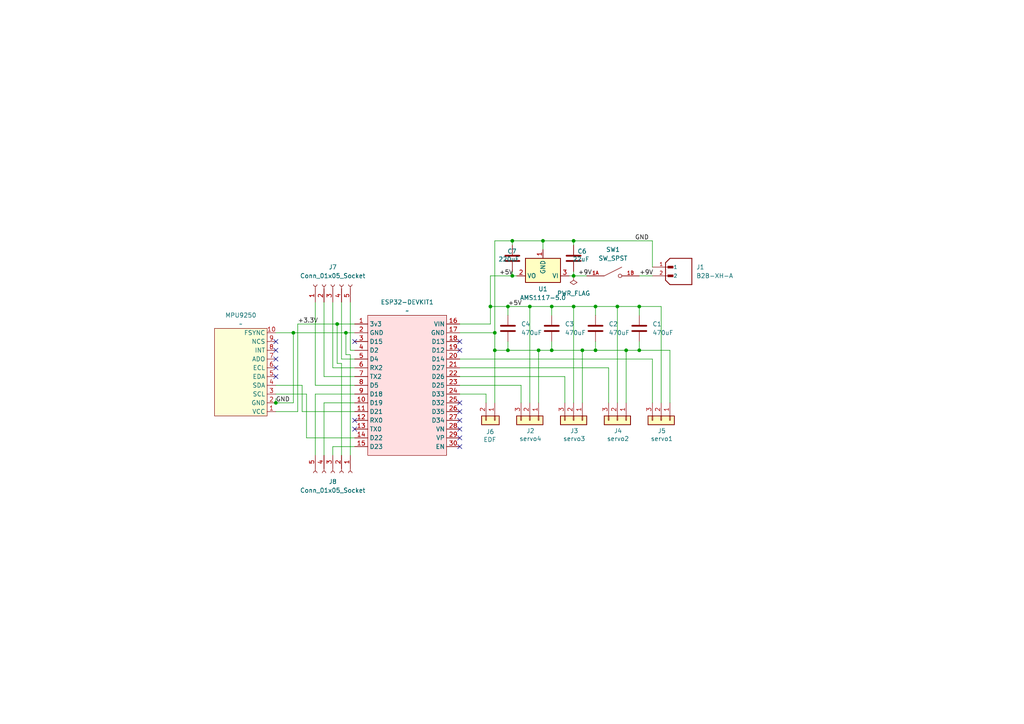
<source format=kicad_sch>
(kicad_sch (version 20250114) (generator "eeschema") (generator_version "9.0")
  (paper "A4")
  (lib_symbols
    (symbol "B2B-XH-A:B2B-XH-A" (pin_names (offset 1.016))
      (property "Reference" "J" (at -2.54 6.35 0))
      (property "Value" "B2B-XH-A" (at -2.54 -5.08 0))
      (symbol "B2B-XH-A_0_0"
        (polyline (pts (xy -3.81 3.81) (xy -3.81 -1.27)) (stroke (width 0.254)))
        (polyline (pts (xy -3.81 3.81) (xy -2.54 5.08)) (stroke (width 0.254)))
        (polyline (pts (xy -3.81 -1.27) (xy -2.54 -2.54)) (stroke (width 0.254)))
        (rectangle (start -3.175 2.2225) (end -1.5875 2.8575) (stroke (width 0.1)) (fill (type outline)))
        (rectangle (start -3.175 -0.3175) (end -1.5875 0.3175) (stroke (width 0.1)) (fill (type outline)))
        (polyline (pts (xy -2.54 -2.54) (xy 3.81 -2.54)) (stroke (width 0.254)))
        (polyline (pts (xy 3.81 5.08) (xy -2.54 5.08)) (stroke (width 0.254)))
        (polyline (pts (xy 3.81 -2.54) (xy 3.81 5.08)) (stroke (width 0.254)))
        (pin passive line (at -7.62 2.54 0) (length 5.08) (name "1") (number "1"))
        (pin passive line (at -7.62 0 0) (length 5.08) (name "2") (number "2"))
      )
    )
    (symbol "Connector:Conn_01x05_Socket" (pin_names (offset 1.016) (hide yes))
      (property "Reference" "J" (at 0 7.62 0))
      (property "Value" "Conn_01x05_Socket" (at 0 -7.62 0))
      (symbol "Conn_01x05_Socket_1_1"
        (polyline (pts (xy -1.27 5.08) (xy -0.508 5.08)) (stroke (width 0.1524)))
        (polyline (pts (xy -1.27 2.54) (xy -0.508 2.54)) (stroke (width 0.1524)))
        (polyline (pts (xy -1.27 0) (xy -0.508 0)) (stroke (width 0.1524)))
        (polyline (pts (xy -1.27 -2.54) (xy -0.508 -2.54)) (stroke (width 0.1524)))
        (polyline (pts (xy -1.27 -5.08) (xy -0.508 -5.08)) (stroke (width 0.1524)))
        (arc (start 0 4.572) (mid -0.5058 5.08) (end 0 5.588) (stroke (width 0.1524)))
        (arc (start 0 2.032) (mid -0.5058 2.54) (end 0 3.048) (stroke (width 0.1524)))
        (arc (start 0 -0.508) (mid -0.5058 0) (end 0 0.508) (stroke (width 0.1524)))
        (arc (start 0 -3.048) (mid -0.5058 -2.54) (end 0 -2.032) (stroke (width 0.1524)))
        (arc (start 0 -5.588) (mid -0.5058 -5.08) (end 0 -4.572) (stroke (width 0.1524)))
        (pin passive line (at -5.08 5.08 0) (length 3.81) (name "Pin_1") (number "1"))
        (pin passive line (at -5.08 2.54 0) (length 3.81) (name "Pin_2") (number "2"))
        (pin passive line (at -5.08 0 0) (length 3.81) (name "Pin_3") (number "3"))
        (pin passive line (at -5.08 -2.54 0) (length 3.81) (name "Pin_4") (number "4"))
        (pin passive line (at -5.08 -5.08 0) (length 3.81) (name "Pin_5") (number "5"))
      )
    )
    (symbol "Connector_Generic:Conn_01x02" (pin_names (offset 1.016) (hide yes))
      (property "Reference" "J" (at 0 2.54 0))
      (property "Value" "Conn_01x02" (at 0 -5.08 0))
      (symbol "Conn_01x02_1_1"
        (rectangle (start -1.27 1.27) (end 1.27 -3.81) (stroke (width 0.254)) (fill (type background)))
        (rectangle (start -1.27 0.127) (end 0 -0.127) (stroke (width 0.1524)))
        (rectangle (start -1.27 -2.413) (end 0 -2.667) (stroke (width 0.1524)))
        (pin passive line (at -5.08 0 0) (length 3.81) (name "Pin_1") (number "1"))
        (pin passive line (at -5.08 -2.54 0) (length 3.81) (name "Pin_2") (number "2"))
      )
    )
    (symbol "Connector_Generic:Conn_01x03" (pin_names (offset 1.016) (hide yes))
      (property "Reference" "J" (at 0 5.08 0))
      (property "Value" "Conn_01x03" (at 0 -5.08 0))
      (symbol "Conn_01x03_1_1"
        (rectangle (start -1.27 3.81) (end 1.27 -3.81) (stroke (width 0.254)) (fill (type background)))
        (rectangle (start -1.27 2.667) (end 0 2.413) (stroke (width 0.1524)))
        (rectangle (start -1.27 0.127) (end 0 -0.127) (stroke (width 0.1524)))
        (rectangle (start -1.27 -2.413) (end 0 -2.667) (stroke (width 0.1524)))
        (pin passive line (at -5.08 2.54 0) (length 3.81) (name "Pin_1") (number "1"))
        (pin passive line (at -5.08 0 0) (length 3.81) (name "Pin_2") (number "2"))
        (pin passive line (at -5.08 -2.54 0) (length 3.81) (name "Pin_3") (number "3"))
      )
    )
    (symbol "Device:C" (pin_numbers (hide yes)) (pin_names (offset 0.254))
      (property "Reference" "C" (at 0.635 2.54 0))
      (property "Value" "C" (at 0.635 -2.54 0))
      (symbol "C_0_1"
        (polyline (pts (xy -2.032 0.762) (xy 2.032 0.762)) (stroke (width 0.508)))
        (polyline (pts (xy -2.032 -0.762) (xy 2.032 -0.762)) (stroke (width 0.508)))
      )
      (symbol "C_1_1"
        (pin passive line (at 0 3.81 270) (length 2.794) (name "~") (number "1"))
        (pin passive line (at 0 -3.81 90) (length 2.794) (name "~") (number "2"))
      )
    )
    (symbol "ERA:DS01-254-L-01BE" (pin_names (offset 1.016))
      (property "Reference" "S" (at -5.08 5.08 0))
      (property "Value" "DS01-254-L-01BE" (at -5.08 -5.08 0))
      (symbol "DS01-254-L-01BE_0_0"
        (polyline (pts (xy -2.54 0) (xy 2.54 2.54)) (stroke (width 0.1524)))
        (circle (center 2.032 0) (radius 0.508) (stroke (width 0.1524)))
        (pin passive line (at -7.62 0 0) (length 5.08) (name "~") (number "1A"))
        (pin passive line (at 7.62 0 180) (length 5.08) (name "~") (number "1B"))
      )
    )
    (symbol "ERA:ESP32_DEVKIT"
      (property "Reference" "ESP32-DEVKIT" (at 0.508 22.098 0))
      (symbol "ESP32_DEVKIT_0_1"
        (rectangle (start -11.43 20.32) (end 11.43 -20.32) (fill (type color) (color 255 223 225 1)))
      )
      (symbol "ESP32_DEVKIT_1_1"
        (pin passive line (at -15.24 17.78 0) (length 3.81) (name "3v3") (number "1"))
        (pin passive line (at -15.24 15.24 0) (length 3.81) (name "GND") (number "2"))
        (pin passive line (at -15.24 12.7 0) (length 3.81) (name "D15") (number "3"))
        (pin passive line (at -15.24 10.16 0) (length 3.81) (name "D2") (number "4"))
        (pin passive line (at -15.24 7.62 0) (length 3.81) (name "D4") (number "5"))
        (pin passive line (at -15.24 5.08 0) (length 3.81) (name "RX2") (number "6"))
        (pin passive line (at -15.24 2.54 0) (length 3.81) (name "TX2") (number "7"))
        (pin passive line (at -15.24 0 0) (length 3.81) (name "D5") (number "8"))
        (pin passive line (at -15.24 -2.54 0) (length 3.81) (name "D18") (number "9"))
        (pin passive line (at -15.24 -5.08 0) (length 3.81) (name "D19") (number "10"))
        (pin passive line (at -15.24 -7.62 0) (length 3.81) (name "D21") (number "11"))
        (pin passive line (at -15.24 -10.16 0) (length 3.81) (name "RX0") (number "12"))
        (pin passive line (at -15.24 -12.7 0) (length 3.81) (name "TX0") (number "13"))
        (pin passive line (at -15.24 -15.24 0) (length 3.81) (name "D22") (number "14"))
        (pin passive line (at -15.24 -17.78 0) (length 3.81) (name "D23") (number "15"))
        (pin passive line (at 15.24 17.78 180) (length 3.81) (name "VIN") (number "16"))
        (pin passive line (at 15.24 15.24 180) (length 3.81) (name "GND") (number "17"))
        (pin passive line (at 15.24 12.7 180) (length 3.81) (name "D13") (number "18"))
        (pin passive line (at 15.24 10.16 180) (length 3.81) (name "D12") (number "19"))
        (pin passive line (at 15.24 7.62 180) (length 3.81) (name "D14") (number "20"))
        (pin passive line (at 15.24 5.08 180) (length 3.81) (name "D27") (number "21"))
        (pin passive line (at 15.24 2.54 180) (length 3.81) (name "D26") (number "22"))
        (pin passive line (at 15.24 0 180) (length 3.81) (name "D25") (number "23"))
        (pin passive line (at 15.24 -2.54 180) (length 3.81) (name "D33") (number "24"))
        (pin passive line (at 15.24 -5.08 180) (length 3.81) (name "D32") (number "25"))
        (pin passive line (at 15.24 -7.62 180) (length 3.81) (name "D35") (number "26"))
        (pin passive line (at 15.24 -10.16 180) (length 3.81) (name "D34") (number "27"))
        (pin passive line (at 15.24 -12.7 180) (length 3.81) (name "VN") (number "28"))
        (pin passive line (at 15.24 -15.24 180) (length 3.81) (name "VP") (number "29"))
        (pin passive line (at 15.24 -17.78 180) (length 3.81) (name "EN") (number "30"))
      )
    )
    (symbol "ERA:MPU9250"
      (property "Reference" "MPU9250" (at -0.254 5.334 0))
      (symbol "MPU9250_0_1"
        (rectangle (start -12.7 7.62) (end 12.7 -7.62) (fill (type color) (color 253 255 215 1)))
      )
      (symbol "MPU9250_1_1"
        (pin passive line (at -11.43 -10.16 90) (length 2.54) (name "VCC") (number "1"))
        (pin passive line (at -8.89 -10.16 90) (length 2.54) (name "GND") (number "2"))
        (pin passive line (at -6.35 -10.16 90) (length 2.54) (name "SCL") (number "3"))
        (pin passive line (at -3.81 -10.16 90) (length 2.54) (name "SDA") (number "4"))
        (pin passive line (at -1.27 -10.16 90) (length 2.54) (name "EDA") (number "5"))
        (pin passive line (at 1.27 -10.16 90) (length 2.54) (name "ECL") (number "6"))
        (pin passive line (at 3.81 -10.16 90) (length 2.54) (name "ADO") (number "7"))
        (pin passive line (at 6.35 -10.16 90) (length 2.54) (name "INT") (number "8"))
        (pin passive line (at 8.89 -10.16 90) (length 2.54) (name "NCS") (number "9"))
        (pin passive line (at 11.43 -10.16 90) (length 2.54) (name "FSYNC") (number "10"))
      )
    )
    (symbol "Regulator_Linear:AMS1117-5.0"
      (property "Reference" "U" (at -3.81 3.175 0))
      (property "Value" "AMS1117-5.0" (at 0 3.175 0))
      (symbol "AMS1117-5.0_0_1"
        (rectangle (start -5.08 -5.08) (end 5.08 1.905) (stroke (width 0.254)) (fill (type background)))
      )
      (symbol "AMS1117-5.0_1_1"
        (pin power_in line (at -7.62 0 0) (length 2.54) (name "VI") (number "3"))
        (pin power_in line (at 0 -7.62 90) (length 2.54) (name "GND") (number "1"))
        (pin power_out line (at 7.62 0 180) (length 2.54) (name "VO") (number "2"))
      )
    )
    (symbol "power:PWR_FLAG" (power) (pin_numbers (hide yes)) (pin_names (offset 0) (hide yes))
      (property "Value" "PWR_FLAG" (at 0 3.81 0))
      (symbol "PWR_FLAG_0_0"
        (pin power_out line (at 0 0 90) (length 0) (name "~") (number "1"))
      )
      (symbol "PWR_FLAG_0_1"
        (polyline (pts (xy 0 0) (xy 0 1.27) (xy -1.016 1.905) (xy 0 2.54) (xy 1.016 1.905) (xy 0 1.27)))
      )
    )
  )
  (junction (at 157.48 69.85))
  (junction (at 143.51 101.6))
  (junction (at 185.42 101.6))
  (junction (at 166.37 80.01))
  (junction (at 143.51 96.52))
  (junction (at 179.07 88.9))
  (junction (at 172.72 101.6))
  (junction (at 153.67 88.9))
  (junction (at 160.02 101.6))
  (junction (at 185.42 88.9))
  (junction (at 147.32 101.6))
  (junction (at 85.09 96.52))
  (junction (at 148.59 80.01))
  (junction (at 172.72 88.9))
  (junction (at 166.37 88.9))
  (junction (at 147.32 88.9))
  (junction (at 80.01 116.84))
  (junction (at 166.37 69.85))
  (junction (at 148.59 69.85))
  (junction (at 156.21 101.6))
  (junction (at 160.02 88.9))
  (junction (at 100.33 96.52))
  (junction (at 168.91 101.6))
  (junction (at 142.24 88.9))
  (junction (at 97.79 93.98))
  (junction (at 181.61 101.6))
  (no_connect (at 102.87 124.46))
  (no_connect (at 102.87 99.06))
  (no_connect (at 133.35 101.6))
  (no_connect (at 80.01 104.14))
  (no_connect (at 80.01 99.06))
  (no_connect (at 133.35 119.38))
  (no_connect (at 80.01 106.68))
  (no_connect (at 80.01 101.6))
  (no_connect (at 133.35 129.54))
  (no_connect (at 133.35 99.06))
  (no_connect (at 133.35 127))
  (no_connect (at 102.87 121.92))
  (no_connect (at 133.35 116.84))
  (no_connect (at 133.35 124.46))
  (no_connect (at 133.35 121.92))
  (no_connect (at 80.01 109.22))
  (wire (pts (xy 99.06 132.08) (xy 99.06 105.41)))
  (wire (pts (xy 87.63 119.38) (xy 87.63 111.76)))
  (wire (pts (xy 101.6 87.63) (xy 101.6 101.6)))
  (wire (pts (xy 142.24 88.9) (xy 142.24 80.01)))
  (wire (pts (xy 160.02 101.6) (xy 168.91 101.6)))
  (wire (pts (xy 166.37 78.74) (xy 166.37 80.01)))
  (wire (pts (xy 151.13 116.84) (xy 151.13 111.76)))
  (wire (pts (xy 156.21 101.6) (xy 156.21 116.84)))
  (wire (pts (xy 99.06 104.14) (xy 99.06 87.63)))
  (wire (pts (xy 80.01 96.52) (xy 85.09 96.52)))
  (wire (pts (xy 133.35 111.76) (xy 151.13 111.76)))
  (wire (pts (xy 172.72 91.44) (xy 172.72 88.9)))
  (wire (pts (xy 100.33 102.87) (xy 100.33 96.52)))
  (wire (pts (xy 163.83 116.84) (xy 163.83 109.22)))
  (wire (pts (xy 185.42 101.6) (xy 194.31 101.6)))
  (wire (pts (xy 133.35 104.14) (xy 189.23 104.14)))
  (wire (pts (xy 133.35 96.52) (xy 143.51 96.52)))
  (wire (pts (xy 86.36 119.38) (xy 86.36 93.98)))
  (wire (pts (xy 160.02 101.6) (xy 160.02 99.06)))
  (wire (pts (xy 96.52 129.54) (xy 96.52 132.08)))
  (wire (pts (xy 176.53 106.68) (xy 176.53 116.84)))
  (wire (pts (xy 148.59 80.01) (xy 149.86 80.01)))
  (wire (pts (xy 85.09 96.52) (xy 100.33 96.52)))
  (wire (pts (xy 168.91 101.6) (xy 172.72 101.6)))
  (wire (pts (xy 88.9 127) (xy 88.9 114.3)))
  (wire (pts (xy 80.01 114.3) (xy 88.9 114.3)))
  (wire (pts (xy 143.51 69.85) (xy 143.51 96.52)))
  (wire (pts (xy 102.87 119.38) (xy 87.63 119.38)))
  (wire (pts (xy 143.51 101.6) (xy 143.51 116.84)))
  (wire (pts (xy 93.98 116.84) (xy 93.98 132.08)))
  (wire (pts (xy 88.9 127) (xy 102.87 127)))
  (wire (pts (xy 102.87 116.84) (xy 93.98 116.84)))
  (wire (pts (xy 153.67 88.9) (xy 153.67 116.84)))
  (wire (pts (xy 80.01 119.38) (xy 86.36 119.38)))
  (wire (pts (xy 101.6 132.08) (xy 101.6 102.87)))
  (wire (pts (xy 80.01 111.76) (xy 87.63 111.76)))
  (wire (pts (xy 142.24 80.01) (xy 148.59 80.01)))
  (wire (pts (xy 179.07 88.9) (xy 179.07 116.84)))
  (wire (pts (xy 189.23 104.14) (xy 189.23 116.84)))
  (wire (pts (xy 147.32 88.9) (xy 153.67 88.9)))
  (wire (pts (xy 148.59 78.74) (xy 148.59 80.01)))
  (wire (pts (xy 91.44 111.76) (xy 91.44 87.63)))
  (wire (pts (xy 85.09 96.52) (xy 85.09 116.84)))
  (wire (pts (xy 142.24 93.98) (xy 142.24 88.9)))
  (wire (pts (xy 91.44 114.3) (xy 91.44 132.08)))
  (wire (pts (xy 80.01 116.84) (xy 80.01 115.57)))
  (wire (pts (xy 181.61 101.6) (xy 185.42 101.6)))
  (wire (pts (xy 140.97 114.3) (xy 133.35 114.3)))
  (wire (pts (xy 185.42 88.9) (xy 191.77 88.9)))
  (wire (pts (xy 166.37 88.9) (xy 172.72 88.9)))
  (wire (pts (xy 185.42 80.01) (xy 189.23 80.01)))
  (wire (pts (xy 143.51 101.6) (xy 147.32 101.6)))
  (wire (pts (xy 147.32 101.6) (xy 156.21 101.6)))
  (wire (pts (xy 194.31 101.6) (xy 194.31 116.84)))
  (wire (pts (xy 97.79 93.98) (xy 102.87 93.98)))
  (wire (pts (xy 143.51 96.52) (xy 143.51 101.6)))
  (wire (pts (xy 181.61 101.6) (xy 181.61 116.84)))
  (wire (pts (xy 166.37 80.01) (xy 170.18 80.01)))
  (wire (pts (xy 185.42 101.6) (xy 185.42 99.06)))
  (wire (pts (xy 80.01 116.84) (xy 85.09 116.84)))
  (wire (pts (xy 189.23 69.85) (xy 189.23 77.47)))
  (wire (pts (xy 157.48 69.85) (xy 157.48 72.39)))
  (wire (pts (xy 156.21 101.6) (xy 160.02 101.6)))
  (wire (pts (xy 172.72 88.9) (xy 179.07 88.9)))
  (wire (pts (xy 133.35 109.22) (xy 163.83 109.22)))
  (wire (pts (xy 102.87 104.14) (xy 99.06 104.14)))
  (wire (pts (xy 191.77 88.9) (xy 191.77 116.84)))
  (wire (pts (xy 153.67 88.9) (xy 160.02 88.9)))
  (wire (pts (xy 160.02 88.9) (xy 166.37 88.9)))
  (wire (pts (xy 166.37 69.85) (xy 166.37 71.12)))
  (wire (pts (xy 101.6 102.87) (xy 100.33 102.87)))
  (wire (pts (xy 102.87 106.68) (xy 96.52 106.68)))
  (wire (pts (xy 102.87 101.6) (xy 101.6 101.6)))
  (wire (pts (xy 166.37 69.85) (xy 189.23 69.85)))
  (wire (pts (xy 97.79 105.41) (xy 97.79 93.98)))
  (wire (pts (xy 172.72 101.6) (xy 181.61 101.6)))
  (wire (pts (xy 172.72 101.6) (xy 172.72 99.06)))
  (wire (pts (xy 140.97 116.84) (xy 140.97 114.3)))
  (wire (pts (xy 93.98 109.22) (xy 93.98 87.63)))
  (wire (pts (xy 102.87 129.54) (xy 96.52 129.54)))
  (wire (pts (xy 168.91 101.6) (xy 168.91 116.84)))
  (wire (pts (xy 179.07 88.9) (xy 185.42 88.9)))
  (wire (pts (xy 86.36 93.98) (xy 97.79 93.98)))
  (wire (pts (xy 185.42 91.44) (xy 185.42 88.9)))
  (wire (pts (xy 102.87 114.3) (xy 91.44 114.3)))
  (wire (pts (xy 142.24 88.9) (xy 147.32 88.9)))
  (wire (pts (xy 165.1 80.01) (xy 166.37 80.01)))
  (wire (pts (xy 99.06 105.41) (xy 97.79 105.41)))
  (wire (pts (xy 148.59 69.85) (xy 157.48 69.85)))
  (wire (pts (xy 102.87 109.22) (xy 93.98 109.22)))
  (wire (pts (xy 96.52 106.68) (xy 96.52 87.63)))
  (wire (pts (xy 147.32 101.6) (xy 147.32 99.06)))
  (wire (pts (xy 143.51 69.85) (xy 148.59 69.85)))
  (wire (pts (xy 133.35 106.68) (xy 176.53 106.68)))
  (wire (pts (xy 133.35 93.98) (xy 142.24 93.98)))
  (wire (pts (xy 160.02 91.44) (xy 160.02 88.9)))
  (wire (pts (xy 166.37 88.9) (xy 166.37 116.84)))
  (wire (pts (xy 100.33 96.52) (xy 102.87 96.52)))
  (wire (pts (xy 147.32 91.44) (xy 147.32 88.9)))
  (wire (pts (xy 102.87 111.76) (xy 91.44 111.76)))
  (wire (pts (xy 157.48 69.85) (xy 166.37 69.85)))
  (wire (pts (xy 148.59 69.85) (xy 148.59 71.12)))
  (label "+5V" (at 144.78 80.01 0))
  (label "+9V" (at 167.64 80.01 0))
  (label "+3.3V" (at 86.36 93.98 0))
  (label "+5V" (at 147.32 88.9 0))
  (label "+9V" (at 185.42 80.01 0))
  (label "GND" (at 80.01 116.84 0))
  (label "GND" (at 184.15 69.85 0))
  (symbol (lib_id "Device:C") (at 160.02 95.25 0) (unit 1)
    (property "Reference" "C3" (at 163.83 93.9799 0) (effects (justify left)))
    (property "Value" "470uF" (at 163.83 96.5199 0) (effects (justify left)))
    (property "Footprint" "ERA:CAP_YX_8X11P5_RUB" (effects (hide yes)))
    (property "Description" "Unpolarized capacitor" (effects (hide yes)))
  )
  (symbol (lib_id "Device:C") (at 166.37 74.93 180) (unit 1)
    (property "Reference" "C6" (at 170.18 72.898 0) (effects (justify left)))
    (property "Value" "22uF" (at 170.942 75.184 0) (effects (justify left)))
    (property "Footprint" "ERA:CAP_PAN_5X11_PAN" (effects (hide yes)))
    (property "Description" "Unpolarized capacitor" (effects (hide yes)))
  )
  (symbol (lib_id "Device:C") (at 185.42 95.25 0) (unit 1)
    (property "Reference" "C1" (at 189.23 93.9799 0) (effects (justify left)))
    (property "Value" "470uF" (at 189.23 96.5199 0) (effects (justify left)))
    (property "Footprint" "ERA:CAP_YX_8X11P5_RUB" (effects (hide yes)))
    (property "Description" "Unpolarized capacitor" (effects (hide yes)))
  )
  (symbol (lib_id "Device:C") (at 148.59 74.93 180) (unit 1)
    (property "Reference" "C7" (at 149.86 72.898 0) (effects (justify left)))
    (property "Value" "220uF" (at 150.622 75.184 0) (effects (justify left)))
    (property "Footprint" "ERA:CAP_PAN_6.3X11.2_PAN" (effects (hide yes)))
    (property "Description" "Unpolarized capacitor" (effects (hide yes)))
  )
  (symbol (lib_id "ERA:DS01-254-L-01BE") (at 177.8 80.01 0) (unit 1)
    (property "Reference" "SW1" (at 177.8 72.39 0))
    (property "Value" "SW_SPST" (at 177.8 74.93 0))
    (property "Footprint" "ERA:SW_DS01-254-L-01BE" (effects (hide yes)))
    (property "Description" "Single Pole Single Throw (SPST) switch" (effects (hide yes)))
    (property "PARTREV" "1.0" (effects (hide yes)))
    (property "MANUFACTURER" "CUI" (effects (hide yes)))
    (property "MAXIMUM_PACKAGE_HEIGHT" "7.0mm" (effects (hide yes)))
    (property "STANDARD" "Manufacturer recommendations" (effects (hide yes)))
  )
  (symbol (lib_id "Connector_Generic:Conn_01x03") (at 179.07 121.92 270) (unit 1)
    (property "Reference" "J4" (at 178.054 124.968 90) (effects (justify left)))
    (property "Value" "servo2" (at 176.022 127.254 90) (effects (justify left)))
    (property "Footprint" "Connector_PinHeader_2.54mm:PinHeader_1x03_P2.54mm_Vertical" (effects (hide yes)))
    (property "Description" "Generic connector, single row, 01x03, script generated (kicad-library-utils/schlib/autogen/connector/)" (effects (hide yes)))
  )
  (symbol (lib_id "ERA:MPU9250") (at 69.85 107.95 90) (unit 1)
    (property "Reference" "MPU9250" (at 69.85 91.44 90))
    (property "Value" "~" (at 69.85 93.98 90))
    (property "Footprint" "ERA:MPU9250" (effects (hide yes)))
  )
  (symbol (lib_id "ERA:ESP32_DEVKIT") (at 118.11 111.76 0) (unit 1)
    (property "Reference" "ESP32-DEVKIT1" (at 118.11 87.63 0))
    (property "Value" "~" (at 118.11 90.17 0))
    (property "Footprint" "ERA:ESP32 DEVKIT V1" (effects (hide yes)))
  )
  (symbol (lib_id "Device:C") (at 172.72 95.25 0) (unit 1)
    (property "Reference" "C2" (at 176.53 93.9799 0) (effects (justify left)))
    (property "Value" "470uF" (at 176.53 96.5199 0) (effects (justify left)))
    (property "Footprint" "ERA:CAP_YX_8X11P5_RUB" (effects (hide yes)))
    (property "Description" "Unpolarized capacitor" (effects (hide yes)))
  )
  (symbol (lib_id "Regulator_Linear:AMS1117-5.0") (at 157.48 80.01 180) (unit 1)
    (property "Reference" "U1" (at 157.48 83.82 0))
    (property "Value" "AMS1117-5.0" (at 157.48 86.36 0))
    (property "Footprint" "Package_TO_SOT_SMD:SOT-223-3_TabPin2" (effects (hide yes)))
    (property "Datasheet" "http://www.advanced-monolithic.com/pdf/ds1117.pdf" (effects (hide yes)))
    (property "Description" "1A Low Dropout regulator, positive, 5.0V fixed output, SOT-223" (effects (hide yes)))
  )
  (symbol (lib_id "Connector:Conn_01x05_Socket") (at 96.52 82.55 90) (unit 1)
    (property "Reference" "J7" (at 96.52 77.47 90))
    (property "Value" "Conn_01x05_Socket" (at 96.52 80.01 90))
    (property "Footprint" "Connector_PinHeader_2.54mm:PinHeader_1x05_P2.54mm_Vertical" (effects (hide yes)))
    (property "Description" "Generic connector, single row, 01x05, script generated" (effects (hide yes)))
  )
  (symbol (lib_id "Device:C") (at 147.32 95.25 0) (unit 1)
    (property "Reference" "C4" (at 151.13 93.9799 0) (effects (justify left)))
    (property "Value" "470uF" (at 151.13 96.5199 0) (effects (justify left)))
    (property "Footprint" "ERA:CAP_YX_8X11P5_RUB" (effects (hide yes)))
    (property "Description" "Unpolarized capacitor" (effects (hide yes)))
  )
  (symbol (lib_id "Connector_Generic:Conn_01x03") (at 166.37 121.92 270) (unit 1)
    (property "Reference" "J3" (at 165.354 124.968 90) (effects (justify left)))
    (property "Value" "servo3" (at 163.322 127.254 90) (effects (justify left)))
    (property "Footprint" "Connector_PinHeader_2.54mm:PinHeader_1x03_P2.54mm_Vertical" (effects (hide yes)))
    (property "Description" "Generic connector, single row, 01x03, script generated (kicad-library-utils/schlib/autogen/connector/)" (effects (hide yes)))
  )
  (symbol (lib_id "Connector_Generic:Conn_01x03") (at 191.77 121.92 270) (unit 1)
    (property "Reference" "J5" (at 190.754 124.968 90) (effects (justify left)))
    (property "Value" "servo1" (at 188.722 127.254 90) (effects (justify left)))
    (property "Footprint" "Connector_PinHeader_2.54mm:PinHeader_1x03_P2.54mm_Vertical" (effects (hide yes)))
    (property "Description" "Generic connector, single row, 01x03, script generated (kicad-library-utils/schlib/autogen/connector/)" (effects (hide yes)))
  )
  (symbol (lib_id "Connector:Conn_01x05_Socket") (at 96.52 137.16 270) (unit 1)
    (property "Reference" "J8" (at 96.52 139.7 90))
    (property "Value" "Conn_01x05_Socket" (at 96.52 142.24 90))
    (property "Footprint" "Connector_PinHeader_2.54mm:PinHeader_1x05_P2.54mm_Vertical" (effects (hide yes)))
    (property "Description" "Generic connector, single row, 01x05, script generated" (effects (hide yes)))
  )
  (symbol (lib_id "B2B-XH-A:B2B-XH-A") (at 196.85 80.01 0) (unit 1)
    (property "Reference" "J1" (at 201.93 77.4699 0) (effects (justify left)))
    (property "Value" "B2B-XH-A" (at 201.93 80.0099 0) (effects (justify left)))
    (property "Footprint" "Connector_JST:JST_XH_B2B-XH-A_1x02_P2.50mm_Vertical" (effects (hide yes)))
    (property "MF" "JST Sales" (effects (hide yes)))
    (property "MAXIMUM_PACKAGE_HEIGHT" "7 mm" (effects (hide yes)))
    (property "Package" "None" (effects (hide yes)))
    (property "Price" "None" (effects (hide yes)))
    (property "Check_prices" "https://www.snapeda.com/parts/B2B-XH-A/JST/view-part/?ref=eda" (effects (hide yes)))
    (property "STANDARD" "Manufacturer Recommendations" (effects (hide yes)))
    (property "PARTREV" "N/A" (effects (hide yes)))
    (property "SnapEDA_Link" "https://www.snapeda.com/parts/B2B-XH-A/JST/view-part/?ref=snap" (effects (hide yes)))
    (property "MP" "B2B-XH-A" (effects (hide yes)))
    (property "Description_1" "Connector Header Through Hole 2 position 0.098 (2.50mm)" (effects (hide yes)))
    (property "Availability" "In Stock" (effects (hide yes)))
    (property "MANUFACTURER" "JST Sales America Inc." (effects (hide yes)))
  )
  (symbol (lib_id "power:PWR_FLAG") (at 166.37 80.01 180) (unit 1)
    (property "Reference" "#FLG01" (effects (hide yes)))
    (property "Value" "PWR_FLAG" (at 166.37 85.09 0))
    (property "Description" "Special symbol for telling ERC where power comes from" (effects (hide yes)))
  )
  (symbol (lib_id "Connector_Generic:Conn_01x02") (at 143.51 121.92 270) (unit 1)
    (property "Reference" "J6" (at 140.97 125.222 90) (effects (justify left)))
    (property "Value" "EDF" (at 140.208 127.508 90) (effects (justify left)))
    (property "Footprint" "Connector_PinHeader_2.54mm:PinHeader_1x02_P2.54mm_Vertical" (effects (hide yes)))
    (property "Description" "Generic connector, single row, 01x02, script generated (kicad-library-utils/schlib/autogen/connector/)" (effects (hide yes)))
  )
  (symbol (lib_id "Connector_Generic:Conn_01x03") (at 153.67 121.92 270) (unit 1)
    (property "Reference" "J2" (at 152.654 124.968 90) (effects (justify left)))
    (property "Value" "servo4" (at 150.622 127.254 90) (effects (justify left)))
    (property "Footprint" "Connector_PinHeader_2.54mm:PinHeader_1x03_P2.54mm_Vertical" (effects (hide yes)))
    (property "Description" "Generic connector, single row, 01x03, script generated (kicad-library-utils/schlib/autogen/connector/)" (effects (hide yes)))
  )
)
</source>
